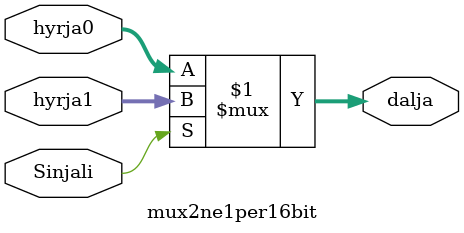
<source format=v>
`timescale 1ns / 1ps


module mux2ne1per16bit(
 input [15:0] hyrja0,
 input [15:0] hyrja1,
 input Sinjali,
    output [15:0] dalja );
    assign dalja=Sinjali ? hyrja1 : hyrja0;
endmodule

</source>
